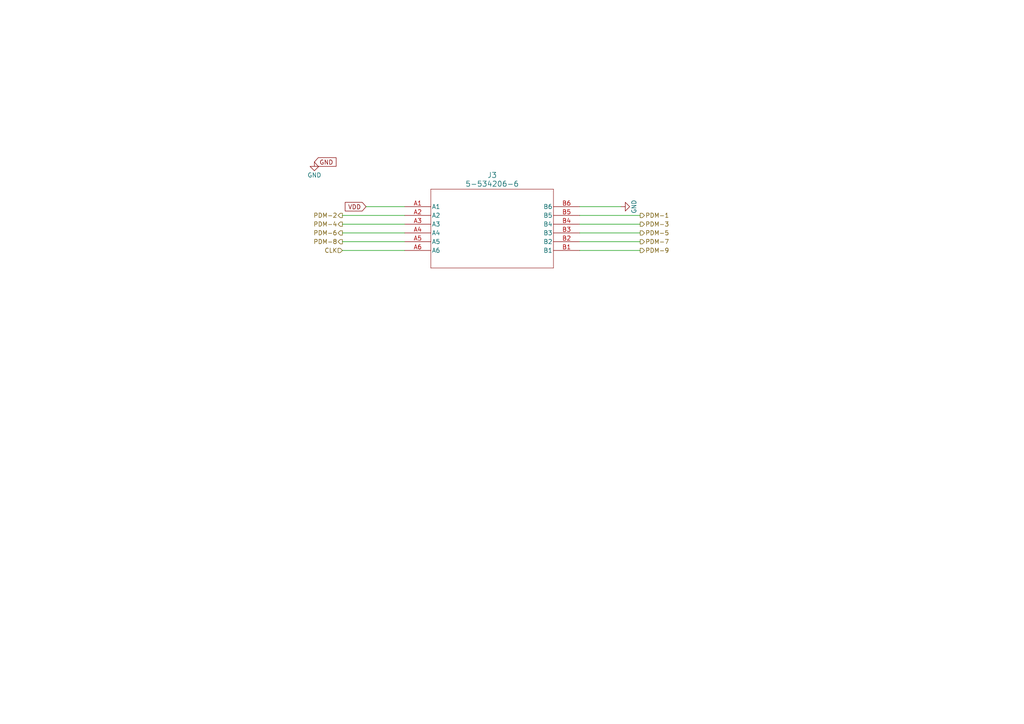
<source format=kicad_sch>
(kicad_sch (version 20230121) (generator eeschema)
  (paper "A4")
  (lib_symbols
    (symbol "2023-06-17_18-13-39:5-534206-6" (pin_names (offset 0.254))
      (property "Reference" "J" (at 25.4 10.16 0))
      (property "Value" "5-534206-6" (at 25.4 7.62 0))
      (symbol "5-534206-6_0_1"
        (polyline (pts (xy 7.62 -17.78) (xy 43.18 -17.78)) (stroke (width 0.127)))
        (polyline (pts (xy 7.62 5.08) (xy 7.62 -17.78)) (stroke (width 0.127)))
        (polyline (pts (xy 43.18 -17.78) (xy 43.18 5.08)) (stroke (width 0.127)))
        (polyline (pts (xy 43.18 5.08) (xy 7.62 5.08)) (stroke (width 0.127)))
        (pin unspecified line (at 0 0 0) (length 7.62) (name "A1") (number "A1"))
        (pin unspecified line (at 0 -2.54 0) (length 7.62) (name "A2") (number "A2"))
        (pin unspecified line (at 0 -5.08 0) (length 7.62) (name "A3") (number "A3"))
        (pin unspecified line (at 0 -7.62 0) (length 7.62) (name "A4") (number "A4"))
        (pin unspecified line (at 0 -10.16 0) (length 7.62) (name "A5") (number "A5"))
        (pin unspecified line (at 0 -12.7 0) (length 7.62) (name "A6") (number "A6"))
        (pin unspecified line (at 50.8 -12.7 180) (length 7.62) (name "B1") (number "B1"))
        (pin unspecified line (at 50.8 -10.16 180) (length 7.62) (name "B2") (number "B2"))
        (pin unspecified line (at 50.8 -7.62 180) (length 7.62) (name "B3") (number "B3"))
        (pin unspecified line (at 50.8 -5.08 180) (length 7.62) (name "B4") (number "B4"))
        (pin unspecified line (at 50.8 -2.54 180) (length 7.62) (name "B5") (number "B5"))
        (pin unspecified line (at 50.8 0 180) (length 7.62) (name "B6") (number "B6"))
      )
    )
    (symbol "power:GND" (power) (pin_names (offset 0))
      (property "Value" "GND" (at 0 -3.81 0))
      (symbol "GND_0_1"
        (polyline (pts (xy 0 0) (xy 0 -1.27) (xy 1.27 -1.27) (xy 0 -2.54) (xy -1.27 -1.27) (xy 0 -1.27)))
      )
      (symbol "GND_1_1"
        (pin power_in line (at 0 0 270) (length 0) hide (name "GND") (number "1"))
      )
    )
  )
  (wire (pts (xy 99.314 72.644) (xy 117.348 72.644)))
  (wire (pts (xy 99.314 65.024) (xy 117.348 65.024)))
  (wire (pts (xy 106.172 59.944) (xy 117.348 59.944)))
  (wire (pts (xy 168.148 65.024) (xy 185.674 65.024)))
  (wire (pts (xy 99.314 67.564) (xy 117.348 67.564)))
  (wire (pts (xy 168.148 70.104) (xy 185.674 70.104)))
  (wire (pts (xy 168.148 62.484) (xy 185.674 62.484)))
  (wire (pts (xy 99.314 62.484) (xy 117.348 62.484)))
  (wire (pts (xy 168.148 67.564) (xy 185.674 67.564)))
  (wire (pts (xy 168.148 72.644) (xy 185.674 72.644)))
  (wire (pts (xy 180.086 59.944) (xy 168.148 59.944)))
  (wire (pts (xy 99.314 70.104) (xy 117.348 70.104)))
  (global_label "VDD" (shape input) (at 106.172 59.944 180) (property "Intersheetrefs" "${INTERSHEET_REFS}" (effects hide)))
  (global_label "GND" (shape input) (at 91.186 46.99 0) (property "Intersheetrefs" "${INTERSHEET_REFS}" (effects hide)))
  (hierarchical_label "PDM-7" (shape output) (at 185.674 70.104 0))
  (hierarchical_label "PDM-3" (shape output) (at 185.674 65.024 0))
  (hierarchical_label "PDM-8" (shape output) (at 99.314 70.104 180))
  (hierarchical_label "PDM-2" (shape output) (at 99.314 62.484 180))
  (hierarchical_label "PDM-5" (shape output) (at 185.674 67.564 0))
  (hierarchical_label "PDM-4" (shape output) (at 99.314 65.024 180))
  (hierarchical_label "CLK" (shape input) (at 99.314 72.644 180))
  (hierarchical_label "PDM-6" (shape output) (at 99.314 67.564 180))
  (hierarchical_label "PDM-9" (shape output) (at 185.674 72.644 0))
  (hierarchical_label "PDM-1" (shape output) (at 185.674 62.484 0))
  (symbol (lib_id "power:GND") (at 91.186 46.99 0) (unit 1)
    (property "Reference" "#PWR024" (effects hide))
    (property "Value" "GND" (at 91.186 50.8 0))
    (instances (project "DisplayU_Sisterboard" (path "" (reference "#PWR024") (unit 1)) (path "" (reference "#PWR026") (unit 1))) (project "SenseU_Mainboard" (path "" (reference "#PWR014") (unit 1)) (path "" (reference "#PWR036") (unit 1))))
  )
  (symbol (lib_id "2023-06-17_18-13-39:5-534206-6") (at 117.348 59.944 0) (unit 1)
    (property "Reference" "J3" (at 142.748 50.8 0) (effects (font (size 1.524 1.524))))
    (property "Value" "5-534206-6" (at 142.748 53.34 0) (effects (font (size 1.524 1.524))))
    (property "Footprint" "PMOD:5-534206-6_TYC" (effects hide))
    (property "Datasheet" "5-534206-6" (effects hide))
  )
  (symbol (lib_id "power:GND") (at 180.086 59.944 90) (mirror x) (unit 1)
    (property "Reference" "#PWR024" (effects hide))
    (property "Value" "GND" (at 183.896 59.944 0))
    (instances (project "DisplayU_Sisterboard" (path "" (reference "#PWR024") (unit 1)) (path "" (reference "#PWR026") (unit 1))) (project "SenseU_Mainboard" (path "" (reference "#PWR014") (unit 1)) (path "" (reference "#PWR037") (unit 1))))
  )
)
</source>
